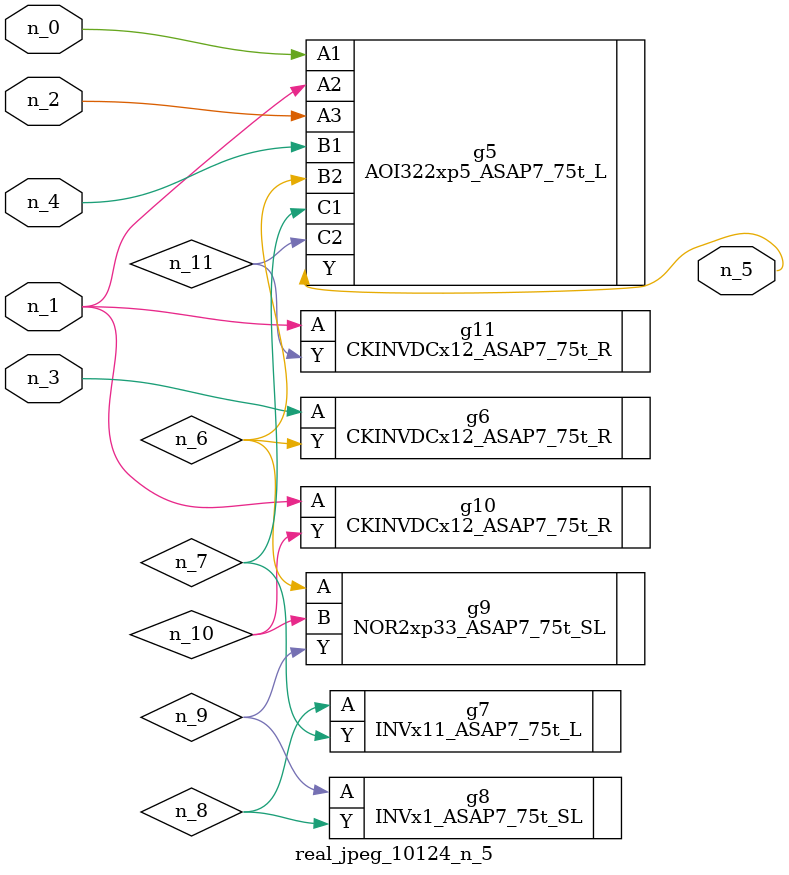
<source format=v>
module real_jpeg_10124_n_5 (n_4, n_0, n_1, n_2, n_3, n_5);

input n_4;
input n_0;
input n_1;
input n_2;
input n_3;

output n_5;

wire n_8;
wire n_11;
wire n_6;
wire n_7;
wire n_10;
wire n_9;

AOI322xp5_ASAP7_75t_L g5 ( 
.A1(n_0),
.A2(n_1),
.A3(n_2),
.B1(n_4),
.B2(n_6),
.C1(n_7),
.C2(n_11),
.Y(n_5)
);

CKINVDCx12_ASAP7_75t_R g10 ( 
.A(n_1),
.Y(n_10)
);

CKINVDCx12_ASAP7_75t_R g11 ( 
.A(n_1),
.Y(n_11)
);

CKINVDCx12_ASAP7_75t_R g6 ( 
.A(n_3),
.Y(n_6)
);

NOR2xp33_ASAP7_75t_SL g9 ( 
.A(n_6),
.B(n_10),
.Y(n_9)
);

INVx11_ASAP7_75t_L g7 ( 
.A(n_8),
.Y(n_7)
);

INVx1_ASAP7_75t_SL g8 ( 
.A(n_9),
.Y(n_8)
);


endmodule
</source>
